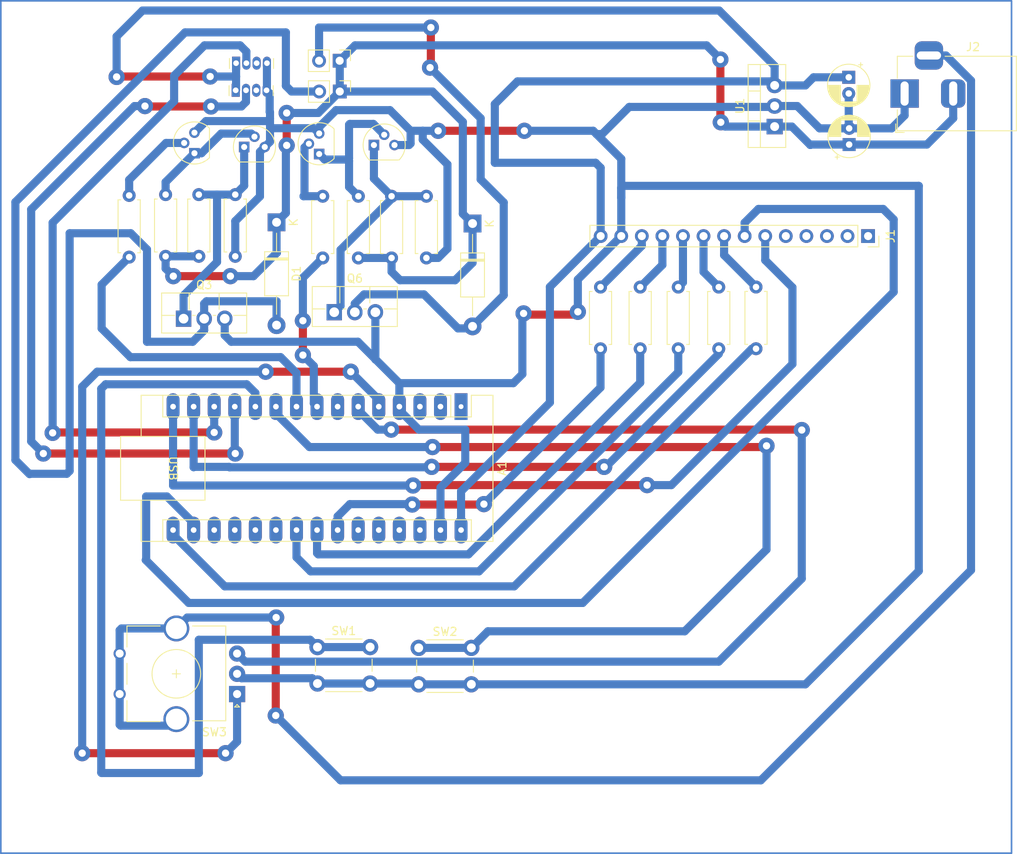
<source format=kicad_pcb>
(kicad_pcb (version 20240108) (generator "pcbnew") (generator_version "8.0")
  (layers (0 "F.Cu" signal) (31 "B.Cu" signal) (34 "B.Paste" user) (35 "F.Paste" user) (36 "B.SilkS" user "B.Silkscreen") (37 "F.SilkS" user "F.Silkscreen") (38 "B.Mask" user) (39 "F.Mask" user) (44 "Edge.Cuts" user))
  (net 0 "")
  (net 1 "3V3")
  (net 2 "A4")
  (net 3 "D7")
  (net 4 "D3")
  (net 6 "A3")
  (net 8 "D2")
  (net 10 "GND")
  (net 13 "D13")
  (net 15 "+5V")
  (net 16 "D11")
  (net 18 "D5")
  (net 19 "VCC")
  (net 20 "Net-(D1-A)")
  (net 21 "Net-(D2-A)")
  (net 22 "Net-(Q1-B)")
  (net 23 "Net-(Q1-C)")
  (net 24 "Net-(Q2-C)")
  (net 25 "Net-(Q4-B)")
  (net 26 "Net-(Q4-C)")
  (net 27 "Net-(Q5-C)")
  (net 28 "D8")
  (net 29 "D9")
  (net 30 "D10")
  (net 31 "D6")
  (net 32 "D12")
  (net 36 "D4")
  (net 37 "A5")
  (net 45 "Net-(J1-Pin_9)")
  (net 46 "Net-(J1-Pin_11)")
  (net 47 "Net-(J1-Pin_12)")
  (net 48 "Net-(J1-Pin_10)")
  (net 49 "Net-(J1-Pin_8)")
  (footprint "Diode_THT:D_DO-41_SOD81_P12.70mm_Horizontal" (layer "F.Cu") (at 144.5 68.25 -90)
    (property "Reference" "D2" (hide yes))
    (property "Value" "D" (hide yes))
  )
  (footprint "Connector_BarrelJack:BarrelJack_Horizontal" (layer "F.Cu") (at 197.85 52.2 180)
    (property "Reference" "J2")
    (property "Value" "Screw_Terminal_01x02")
  )
  (footprint "Package_TO_SOT_THT:TO-92" (layer "F.Cu") (at 125.56 59.67 90)
    (property "Reference" "Q4" (hide yes))
    (property "Value" "NPN" (hide yes))
  )
  (footprint "Resistor_THT:R_Axial_DIN0207_L6.3mm_D2.5mm_P7.62mm_Horizontal" (layer "F.Cu") (at 102.1 72.4 90)
    (property "Reference" "R1" (hide yes))
    (property "Value" "R_US" (hide yes))
  )
  (footprint "MountingHole:MountingHole_4mm" (layer "F.Cu") (at 90.5 48.45)
    (property "Reference" "H3" (hide yes))
    (property "Value" "MountingHole" (hide yes))
  )
  (footprint "Resistor_THT:R_Axial_DIN0207_L6.3mm_D2.5mm_P7.62mm_Horizontal" (layer "F.Cu") (at 134.5 64.88 -90)
    (property "Reference" "R7" (hide yes))
    (property "Value" "R_US" (hide yes))
  )
  (footprint "MountingHole:MountingHole_4mm" (layer "F.Cu") (at 90.85 140.85)
    (property "Reference" "H4" (hide yes))
    (property "Value" "MountingHole" (hide yes))
  )
  (footprint "Sensor_Current:Allegro_SIP-4" (layer "F.Cu") (at 115.3 48.45)
    (property "Reference" "U3" (hide yes))
    (property "Value" "A1363xKTTN-1" (hide yes))
  )
  (footprint "Package_TO_SOT_THT:TO-92" (layer "F.Cu") (at 132.32 58.56)
    (property "Reference" "Q5" (hide yes))
    (property "Value" "NPN" (hide yes))
  )
  (footprint "Resistor_THT:R_Axial_DIN0207_L6.3mm_D2.5mm_P7.62mm_Horizontal" (layer "F.Cu") (at 179.5 83.71 90)
    (property "Reference" "R13" (hide yes))
    (property "Value" "R" (hide yes))
  )
  (footprint "Sensor_Current:Allegro_SIP-4" (layer "F.Cu") (at 115.255 51.8)
    (property "Reference" "U2" (hide yes))
    (property "Value" "A1363xKTTN-1" (hide yes))
  )
  (footprint "Connector_PinHeader_2.54mm:PinHeader_1x02_P2.54mm_Vertical" (layer "F.Cu") (at 128.09 48.15 -90)
    (property "Reference" "M2" (hide yes))
    (property "Value" "Motor_DC" (hide yes))
  )
  (footprint "Resistor_THT:R_Axial_DIN0207_L6.3mm_D2.5mm_P7.62mm_Horizontal" (layer "F.Cu") (at 174.9 83.72 90)
    (property "Reference" "R12" (hide yes))
    (property "Value" "R" (hide yes))
  )
  (footprint "Resistor_THT:R_Axial_DIN0207_L6.3mm_D2.5mm_P7.62mm_Horizontal" (layer "F.Cu") (at 169.9 83.72 90)
    (property "Reference" "R11" (hide yes))
    (property "Value" "R" (hide yes))
  )
  (footprint "Button_Switch_THT:SW_PUSH_6mm_H7.3mm" (layer "F.Cu") (at 125.35 120.55)
    (property "Reference" "SW1")
    (property "Value" "SW_SPST")
  )
  (footprint "Resistor_THT:R_Axial_DIN0207_L6.3mm_D2.5mm_P7.62mm_Horizontal" (layer "F.Cu") (at 110.7 64.68 -90)
    (property "Reference" "R3" (hide yes))
    (property "Value" "R_US" (hide yes))
  )
  (footprint "Resistor_THT:R_Axial_DIN0207_L6.3mm_D2.5mm_P7.62mm_Horizontal" (layer "F.Cu") (at 165.2 83.72 90)
    (property "Reference" "R10" (hide yes))
    (property "Value" "R" (hide yes))
  )
  (footprint "Module:Arduino_Nano" (layer "F.Cu") (at 143.08 90.86 -90)
    (property "Reference" "A1")
    (property "Value" "Arduino_Nano_v3.x")
  )
  (footprint "Package_TO_SOT_THT:TO-220F-3_Vertical" (layer "F.Cu") (at 108.82 80)
    (property "Reference" "Q3")
    (property "Value" "IRLIZ44N" (hide yes))
  )
  (footprint "Package_TO_SOT_THT:TO-220-3_Vertical" (layer "F.Cu") (at 181.8 56.28 90)
    (property "Reference" "U1")
    (property "Value" "LM7805_TO220")
  )
  (footprint "Package_TO_SOT_THT:TO-220F-3_Vertical" (layer "F.Cu") (at 127.42 79.2)
    (property "Reference" "Q6")
    (property "Value" "IRLIZ44N")
  )
  (footprint "Package_TO_SOT_THT:TO-92" (layer "F.Cu") (at 110.16 59.57 90)
    (property "Reference" "Q1" (hide yes))
    (property "Value" "NPN" (hide yes))
  )
  (footprint "Resistor_THT:R_Axial_DIN0207_L6.3mm_D2.5mm_P7.62mm_Horizontal" (layer "F.Cu") (at 160.3 83.72 90)
    (property "Reference" "R9" (hide yes))
    (property "Value" "R" (hide yes))
  )
  (footprint "Capacitor_THT:CP_Radial_D5.0mm_P2.00mm" (layer "F.Cu") (at 191 58.5 90)
    (property "Reference" "C1" (hide yes))
    (property "Value" "C" (hide yes))
  )
  (footprint "Resistor_THT:R_Axial_DIN0207_L6.3mm_D2.5mm_P7.62mm_Horizontal" (layer "F.Cu") (at 138.8 72.5 90)
    (property "Reference" "R8" (hide yes))
    (property "Value" "R_US" (hide yes))
  )
  (footprint "Connector_PinHeader_2.54mm:PinHeader_1x02_P2.54mm_Vertical" (layer "F.Cu") (at 128.105 51.95 -90)
    (property "Reference" "M1" (hide yes))
    (property "Value" "Motor_DC" (hide yes))
  )
  (footprint "Capacitor_THT:CP_Radial_D5.0mm_P2.00mm" (layer "F.Cu") (at 190.95 50.194888 -90)
    (property "Reference" "C2" (hide yes))
    (property "Value" "C" (hide yes))
  )
  (footprint "Resistor_THT:R_Axial_DIN0207_L6.3mm_D2.5mm_P7.62mm_Horizontal" (layer "F.Cu") (at 126 72.5 90)
    (property "Reference" "R5" (hide yes))
    (property "Value" "R_US" (hide yes))
  )
  (footprint "Resistor_THT:R_Axial_DIN0207_L6.3mm_D2.5mm_P7.62mm_Horizontal" (layer "F.Cu") (at 106.6 64.68 -90)
    (property "Reference" "R2" (hide yes))
    (property "Value" "R_US" (hide yes))
  )
  (footprint "Resistor_THT:R_Axial_DIN0207_L6.3mm_D2.5mm_P7.62mm_Horizontal" (layer "F.Cu") (at 115.2 72.3 90)
    (property "Reference" "R4" (hide yes))
    (property "Value" "R_US" (hide yes))
  )
  (footprint "Diode_THT:D_DO-41_SOD81_P12.70mm_Horizontal" (layer "F.Cu") (at 120.3 68.1 -90)
    (property "Reference" "D1")
    (property "Value" "D")
  )
  (footprint "MountingHole:MountingHole_4mm" (layer "F.Cu") (at 206.7 141.4)
    (property "Reference" "H2" (hide yes))
    (property "Value" "MountingHole" (hide yes))
  )
  (footprint "Package_TO_SOT_THT:TO-92" (layer "F.Cu") (at 116.3 58.8)
    (property "Reference" "Q2" (hide yes))
    (property "Value" "NPN" (hide yes))
  )
  (footprint "Resistor_THT:R_Axial_DIN0207_L6.3mm_D2.5mm_P7.62mm_Horizontal" (layer "F.Cu") (at 130.4 64.88 -90)
    (property "Reference" "R6" (hide yes))
    (property "Value" "R_US" (hide yes))
  )
  (footprint "Connector_PinSocket_2.54mm:PinSocket_1x14_P2.54mm_Vertical" (layer "F.Cu") (at 193.34 69.8 -90)
    (property "Reference" "J1")
    (property "Value" "Conn_01x14_Pin")
  )
  (footprint "Rotary_Encoder:RotaryEncoder_Alps_EC11E_Vertical_H20mm_CircularMountingHoles" (layer "F.Cu") (at 115.425 126.35 180)
    (property "Reference" "SW3")
    (property "Value" "RotaryEncoder_Switch")
  )
  (footprint "Button_Switch_THT:SW_PUSH_6mm_H7.3mm" (layer "F.Cu") (at 137.85 120.65)
    (property "Reference" "SW2")
    (property "Value" "SW_SPST")
  )
  (gr_rect (start 86.25 40.75) (end 211.05 146) (stroke (width 0.2)) (fill none) (layer "B.Cu"))
  (segment (start 120.2 116.95) (end 120.25 116.9) (width 1) (layer "F.Cu") (net 0))
  (segment (start 120.2 129) (end 120.2 116.95) (width 1) (layer "F.Cu") (net 0))
  (via micro (at 120.25 116.9) (size 2) (drill 0.9) (layers "F.Cu" "B.Cu") (net 0))
  (via micro (at 120.2 129) (size 2) (drill 0.9) (layers "F.Cu" "B.Cu") (net 0))
  (segment (start 200.85 47.5) (end 202.95061 47.5) (width 1) (layer "B.Cu") (net 0))
  (segment (start 100.925 130.125) (end 101.05 130.25) (width 1) (layer "B.Cu") (net 0))
  (segment (start 107.125 130.25) (end 107.925 129.45) (width 1) (layer "B.Cu") (net 0))
  (segment (start 202.95061 47.5) (end 206.05 50.59939) (width 1) (layer "B.Cu") (net 0))
  (segment (start 206.05 111.047056) (end 180.097056 137) (width 1) (layer "B.Cu") (net 0))
  (segment (start 100.925 121.35) (end 100.925 126.35) (width 1) (layer "B.Cu") (net 0))
  (segment (start 100.925 118.475) (end 101.15 118.25) (width 1) (layer "B.Cu") (net 0))
  (segment (start 180.097056 137) (end 128.2 137) (width 1) (layer "B.Cu") (net 0))
  (segment (start 100.925 126.35) (end 100.925 130.125) (width 1) (layer "B.Cu") (net 0))
  (segment (start 101.05 130.25) (end 107.125 130.25) (width 1) (layer "B.Cu") (net 0))
  (segment (start 128.2 137) (end 120.2 129) (width 1) (layer "B.Cu") (net 0))
  (segment (start 120.25 116.9) (end 109.275 116.9) (width 1) (layer "B.Cu") (net 0))
  (segment (start 109.275 116.9) (end 107.925 118.25) (width 1) (layer "B.Cu") (net 0))
  (segment (start 206.05 50.59939) (end 206.05 111.047056) (width 1) (layer "B.Cu") (net 0))
  (segment (start 107.925 118.25) (end 101.15 118.25) (width 1) (layer "B.Cu") (net 0))
  (segment (start 100.925 121.35) (end 100.925 118.475) (width 1) (layer "B.Cu") (net 0))
  (segment (start 104.2 101.95) (end 106.76 101.95) (width 1) (layer "B.Cu") (net 1))
  (segment (start 178.1 68.15) (end 179.8 66.45) (width 1) (layer "B.Cu") (net 1))
  (segment (start 109.45 115.1) (end 104.15 109.8) (width 1) (layer "B.Cu") (net 1))
  (segment (start 104.2 109.75) (end 104.2 101.95) (width 1) (layer "B.Cu") (net 1))
  (segment (start 179.8 66.45) (end 195.2 66.45) (width 1) (layer "B.Cu") (net 1))
  (segment (start 195.2 66.45) (end 196.5 67.75) (width 1) (layer "B.Cu") (net 1))
  (segment (start 158.1 115.1) (end 109.45 115.1) (width 1) (layer "B.Cu") (net 1))
  (segment (start 178.1 69.8) (end 178.1 68.15) (width 1) (layer "B.Cu") (net 1))
  (segment (start 196.5 76.7) (end 158.1 115.1) (width 1) (layer "B.Cu") (net 1))
  (segment (start 196.5 67.75) (end 196.5 76.7) (width 1) (layer "B.Cu") (net 1))
  (segment (start 104.15 109.8) (end 104.2 109.75) (width 1) (layer "B.Cu") (net 1))
  (segment (start 106.76 101.95) (end 110.06 105.25) (width 1) (layer "B.Cu") (net 1))
  (segment (start 110.06 105.25) (end 110.06 106.1) (width 1) (layer "B.Cu") (net 1))
  (segment (start 144 109.1) (end 125.45 109.1) (width 1) (layer "B.Cu") (net 2))
  (segment (start 165.2 87.9) (end 144 109.1) (width 1) (layer "B.Cu") (net 2))
  (segment (start 125.45 109.1) (end 125.3 108.95) (width 1) (layer "B.Cu") (net 2))
  (segment (start 165.2 83.72) (end 165.2 87.9) (width 1) (layer "B.Cu") (net 2))
  (segment (start 125.3 108.95) (end 125.3 106.1) (width 1) (layer "B.Cu") (net 2))
  (segment (start 180.65 95.85) (end 180.8 95.7) (width 1) (layer "F.Cu") (net 3))
  (segment (start 139.55 95.85) (end 180.65 95.85) (width 1) (layer "F.Cu") (net 3))
  (via micro (at 139.55 95.85) (size 2) (drill 0.9) (layers "F.Cu" "B.Cu") (net 3))
  (via micro (at 180.8 95.7) (size 2) (drill 0.9) (layers "F.Cu" "B.Cu") (net 3))
  (segment (start 124.36 95.85) (end 120.22 91.71) (width 1) (layer "B.Cu") (net 3))
  (segment (start 120.22 91.71) (end 120.22 90.86) (width 1) (layer "B.Cu") (net 3))
  (segment (start 170.7 118.6) (end 146.4 118.6) (width 1) (layer "B.Cu") (net 3))
  (segment (start 180.8 108.5) (end 170.7 118.6) (width 1) (layer "B.Cu") (net 3))
  (segment (start 139.55 95.85) (end 124.36 95.85) (width 1) (layer "B.Cu") (net 3))
  (segment (start 137.85 120.65) (end 144.35 120.65) (width 1) (layer "B.Cu") (net 3))
  (segment (start 180.8 95.7) (end 180.8 108.5) (width 1) (layer "B.Cu") (net 3))
  (segment (start 146.4 118.6) (end 144.35 120.65) (width 1) (layer "B.Cu") (net 3))
  (segment (start 185.15 93.75) (end 185.1 93.7) (width 1) (layer "F.Cu") (net 4))
  (segment (start 185.1 93.7) (end 134.45 93.7) (width 1) (layer "F.Cu") (net 4))
  (via micro (at 134.45 93.7) (size 2) (drill 0.9) (layers "F.Cu" "B.Cu") (net 4))
  (via micro (at 185.15 93.75) (size 2) (drill 0.9) (layers "F.Cu" "B.Cu") (net 4))
  (segment (start 134.45 93.7) (end 132.78868 93.7) (width 1) (layer "B.Cu") (net 4))
  (segment (start 185.15 93.75) (end 185.15 112.1) (width 1) (layer "B.Cu") (net 4))
  (segment (start 174.9 122.35) (end 116.425 122.35) (width 1) (layer "B.Cu") (net 4))
  (segment (start 130.38 91.29132) (end 130.38 90.86) (width 1) (layer "B.Cu") (net 4))
  (segment (start 116.425 122.35) (end 115.425 121.35) (width 1) (layer "B.Cu") (net 4))
  (segment (start 132.78868 93.7) (end 130.38 91.29132) (width 1) (layer "B.Cu") (net 4))
  (segment (start 185.15 112.1) (end 174.9 122.35) (width 1) (layer "B.Cu") (net 4))
  (segment (start 122.76 109.46) (end 122.76 106.1) (width 1) (layer "B.Cu") (net 6))
  (segment (start 124.5 111.2) (end 122.76 109.46) (width 1) (layer "B.Cu") (net 6))
  (segment (start 145.3 111.2) (end 124.5 111.2) (width 1) (layer "B.Cu") (net 6))
  (segment (start 169.9 86.6) (end 145.3 111.2) (width 1) (layer "B.Cu") (net 6))
  (segment (start 169.9 83.72) (end 169.9 86.6) (width 1) (layer "B.Cu") (net 6))
  (segment (start 129.46 86.55) (end 118.95 86.55) (width 1) (layer "F.Cu") (net 8))
  (segment (start 114 133.65) (end 96.3 133.65) (width 1) (layer "F.Cu") (net 8))
  (via micro (at 129.46 86.55) (size 2) (drill 0.9) (layers "F.Cu" "B.Cu") (net 8))
  (via micro (at 96.3 133.65) (size 2) (drill 0.9) (layers "F.Cu" "B.Cu") (net 8))
  (via micro (at 118.95 86.55) (size 2) (drill 0.9) (layers "F.Cu" "B.Cu") (net 8))
  (via micro (at 114 133.65) (size 2) (drill 0.9) (layers "F.Cu" "B.Cu") (net 8))
  (segment (start 132.92 90.01) (end 132.92 90.86) (width 1) (layer "B.Cu") (net 8))
  (segment (start 98.15 86.55) (end 96.3 88.4) (width 1) (layer "B.Cu") (net 8))
  (segment (start 115.425 126.35) (end 115.425 132.225) (width 1) (layer "B.Cu") (net 8))
  (segment (start 118.95 86.55) (end 98.15 86.55) (width 1) (layer "B.Cu") (net 8))
  (segment (start 115.425 132.225) (end 114 133.65) (width 1) (layer "B.Cu") (net 8))
  (segment (start 129.46 86.55) (end 132.92 90.01) (width 1) (layer "B.Cu") (net 8))
  (segment (start 96.3 88.4) (end 96.3 133.65) (width 1) (layer "B.Cu") (net 8))
  (segment (start 157.5 79.15) (end 157.15 79.5) (width 1) (layer "F.Cu") (net 10))
  (segment (start 140.25 56.8) (end 150.9 56.8) (width 1) (layer "F.Cu") (net 10))
  (segment (start 150.95 79.5) (end 150.8 79.35) (width 1) (layer "F.Cu") (net 10))
  (segment (start 157.15 79.5) (end 150.95 79.5) (width 1) (layer "F.Cu") (net 10))
  (via micro (at 150.9 56.8) (size 2) (drill 0.9) (layers "F.Cu" "B.Cu") (net 10))
  (via micro (at 140.25 56.8) (size 2) (drill 0.9) (layers "F.Cu" "B.Cu") (net 10))
  (via micro (at 150.8 79.35) (size 2) (drill 0.9) (layers "F.Cu" "B.Cu") (net 10))
  (via micro (at 157.5 79.15) (size 2) (drill 0.9) (layers "F.Cu" "B.Cu") (net 10))
  (segment (start 130.35 82.85) (end 135.46 87.96) (width 1) (layer "B.Cu") (net 10))
  (segment (start 115.2 72.3) (end 115.2 67.95) (width 1) (layer "B.Cu") (net 10))
  (segment (start 138.35 57.9) (end 138.35 56.8) (width 1) (layer "B.Cu") (net 10))
  (segment (start 119.45 52.185) (end 119.45 54.460001) (width 1) (layer "B.Cu") (net 10))
  (segment (start 119.065 51.8) (end 119.45 52.185) (width 1) (layer "B.Cu") (net 10))
  (segment (start 119.559998 56.480001) (end 119.489999 56.55) (width 1) (layer "B.Cu") (net 10))
  (segment (start 149.54 87.96) (end 135.46 87.96) (width 1) (layer "B.Cu") (net 10))
  (segment (start 159.8 57.2) (end 162.86 60.26) (width 1) (layer "B.Cu") (net 10))
  (segment (start 157.5 79.15) (end 157.5 75.16) (width 1) (layer "B.Cu") (net 10))
  (segment (start 144.35 125.15) (end 185.6 125.15) (width 1) (layer "B.Cu") (net 10))
  (segment (start 157.5 75.16) (end 162.86 69.8) (width 1) (layer "B.Cu") (net 10))
  (segment (start 199.6 111.15) (end 199.6 63.6) (width 1) (layer "B.Cu") (net 10))
  (segment (start 140.54 100.86) (end 140.54 106.1) (width 1) (layer "B.Cu") (net 10))
  (segment (start 113.9 80) (end 113.9 82.05) (width 1) (layer "B.Cu") (net 10))
  (segment (start 135.46 91.29132) (end 137.86868 93.7) (width 1) (layer "B.Cu") (net 10))
  (segment (start 119.11 48.45) (end 119.11 51.755) (width 1) (layer "B.Cu") (net 10))
  (segment (start 119.189999 55.6) (end 119.489999 55.3) (width 1) (layer "B.Cu") (net 10))
  (segment (start 199.6 63.6) (end 163.11 63.6) (width 1) (layer "B.Cu") (net 10))
  (segment (start 140.25 72.5) (end 141.4 71.35) (width 1) (layer "B.Cu") (net 10))
  (segment (start 141.4 71.35) (end 141.4 60.95) (width 1) (layer "B.Cu") (net 10))
  (segment (start 197.85 54.9) (end 197.85 52.2) (width 1) (layer "B.Cu") (net 10))
  (segment (start 162.86 65.05) (end 162.86 69.8) (width 1) (layer "B.Cu") (net 10))
  (segment (start 136.85 58.37) (end 136.66 58.56) (width 1) (layer "B.Cu") (net 10))
  (segment (start 136.66 58.56) (end 134.86 58.56) (width 1) (layer "B.Cu") (net 10))
  (segment (start 135.46 90.86) (end 135.46 91.29132) (width 1) (layer "B.Cu") (net 10))
  (segment (start 138.8 72.5) (end 140.25 72.5) (width 1) (layer "B.Cu") (net 10))
  (segment (start 119.11 51.755) (end 119.065 51.8) (width 1) (layer "B.Cu") (net 10))
  (segment (start 119.489999 55.3) (end 119.489999 56.55) (width 1) (layer "B.Cu") (net 10))
  (segment (start 125.56 57.13) (end 125.56 56.34) (width 1) (layer "B.Cu") (net 10))
  (segment (start 196.25 56.5) (end 197.85 54.9) (width 1) (layer "B.Cu") (net 10))
  (segment (start 118.25 64.9) (end 118.25 59.39) (width 1) (layer "B.Cu") (net 10))
  (segment (start 118.25 59.39) (end 118.84 58.8) (width 1) (layer "B.Cu") (net 10))
  (segment (start 131.85 125.05) (end 137.75 125.05) (width 1) (layer "B.Cu") (net 10))
  (segment (start 115.2 67.95) (end 118.25 64.9) (width 1) (layer "B.Cu") (net 10))
  (segment (start 113.9 82.05) (end 114.7 82.85) (width 1) (layer "B.Cu") (net 10))
  (segment (start 162.86 63.85) (end 162.86 65.05) (width 1) (layer "B.Cu") (net 10))
  (segment (start 125.56 57.13) (end 124.910001 56.480001) (width 1) (layer "B.Cu") (net 10))
  (segment (start 162.86 60.26) (end 162.86 65.05) (width 1) (layer "B.Cu") (net 10))
  (segment (start 132.5 79.2) (end 132.5 85.05) (width 1) (layer "B.Cu") (net 10))
  (segment (start 114.7 82.85) (end 130.35 82.85) (width 1) (layer "B.Cu") (net 10))
  (segment (start 143.6 97.8) (end 140.54 100.86) (width 1) (layer "B.Cu") (net 10))
  (segment (start 190.95 56.45) (end 191 56.5) (width 1) (layer "B.Cu") (net 10))
  (segment (start 110.16 57.03) (end 111.59 55.6) (width 1) (layer "B.Cu") (net 10))
  (segment (start 111.59 55.6) (end 119.189999 55.6) (width 1) (layer "B.Cu") (net 10))
  (segment (start 141.4 60.95) (end 138.35 57.9) (width 1) (layer "B.Cu") (net 10))
  (segment (start 150.8 79.35) (end 150.65 79.5) (width 1) (layer "B.Cu") (net 10))
  (segment (start 185.6 125.15) (end 199.6 111.15) (width 1) (layer "B.Cu") (net 10))
  (segment (start 119.489999 56.55) (end 119.489999 58.150001) (width 1) (layer "B.Cu") (net 10))
  (segment (start 159.8 57.2) (end 160.5 57.2) (width 1) (layer "B.Cu") (net 10))
  (segment (start 137.85 125.15) (end 144.35 125.15) (width 1) (layer "B.Cu") (net 10))
  (segment (start 150.65 79.5) (end 150.65 86.85) (width 1) (layer "B.Cu") (net 10))
  (segment (start 135.46 87.96) (end 135.46 90.86) (width 1) (layer "B.Cu") (net 10))
  (segment (start 150.9 56.8) (end 159.4 56.8) (width 1) (layer "B.Cu") (net 10))
  (segment (start 119.489999 54.5) (end 119.489999 55.3) (width 1) (layer "B.Cu") (net 10))
  (segment (start 190.95 52.194888) (end 190.95 56.45) (width 1) (layer "B.Cu") (net 10))
  (segment (start 138.35 56.8) (end 136.85 56.8) (width 1) (layer "B.Cu") (net 10))
  (segment (start 138.35 56.8) (end 140.25 56.8) (width 1) (layer "B.Cu") (net 10))
  (segment (start 115.975 124.4) (end 124.7 124.4) (width 1) (layer "B.Cu") (net 10))
  (segment (start 127.65 54.25) (end 134.3 54.25) (width 1) (layer "B.Cu") (net 10))
  (segment (start 187.35 56.5) (end 191 56.5) (width 1) (layer "B.Cu") (net 10))
  (segment (start 119.45 54.460001) (end 119.489999 54.5) (width 1) (layer "B.Cu") (net 10))
  (segment (start 115.425 123.85) (end 115.975 124.4) (width 1) (layer "B.Cu") (net 10))
  (segment (start 184.59 53.74) (end 187.35 56.5) (width 1) (layer "B.Cu") (net 10))
  (segment (start 163.85 53.85) (end 181.69 53.85) (width 1) (layer "B.Cu") (net 10))
  (segment (start 125.56 56.34) (end 127.65 54.25) (width 1) (layer "B.Cu") (net 10))
  (segment (start 181.8 53.74) (end 184.59 53.74) (width 1) (layer "B.Cu") (net 10))
  (segment (start 124.910001 56.480001) (end 119.559998 56.480001) (width 1) (layer "B.Cu") (net 10))
  (segment (start 163.11 63.6) (end 162.86 63.85) (width 1) (layer "B.Cu") (net 10))
  (segment (start 150.65 86.85) (end 149.54 87.96) (width 1) (layer "B.Cu") (net 10))
  (segment (start 124.7 124.4) (end 125.35 125.05) (width 1) (layer "B.Cu") (net 10))
  (segment (start 191 56.5) (end 196.25 56.5) (width 1) (layer "B.Cu") (net 10))
  (segment (start 136.85 56.8) (end 136.85 58.37) (width 1) (layer "B.Cu") (net 10))
  (segment (start 181.69 53.85) (end 181.8 53.74) (width 1) (layer "B.Cu") (net 10))
  (segment (start 137.86868 93.7) (end 143.6 93.7) (width 1) (layer "B.Cu") (net 10))
  (segment (start 119.489999 58.150001) (end 118.84 58.8) (width 1) (layer "B.Cu") (net 10))
  (segment (start 134.3 54.25) (end 136.85 56.8) (width 1) (layer "B.Cu") (net 10))
  (segment (start 137.75 125.05) (end 137.85 125.15) (width 1) (layer "B.Cu") (net 10))
  (segment (start 160.5 57.2) (end 163.85 53.85) (width 1) (layer "B.Cu") (net 10))
  (segment (start 159.4 56.8) (end 159.8 57.2) (width 1) (layer "B.Cu") (net 10))
  (segment (start 125.35 125.05) (end 131.85 125.05) (width 1) (layer "B.Cu") (net 10))
  (segment (start 143.6 93.7) (end 143.6 97.8) (width 1) (layer "B.Cu") (net 10))
  (segment (start 107.52 106.67) (end 107.52 106.1) (width 1) (layer "B.Cu") (net 13))
  (segment (start 113.9 113.05) (end 107.52 106.67) (width 1) (layer "B.Cu") (net 13))
  (segment (start 149.65 113.05) (end 113.9 113.05) (width 1) (layer "B.Cu") (net 13))
  (segment (start 178.99 83.71) (end 149.65 113.05) (width 1) (layer "B.Cu") (net 13))
  (segment (start 179.5 83.71) (end 178.99 83.71) (width 1) (layer "B.Cu") (net 13))
  (segment (start 112.1 50.1) (end 100.6 50.1) (width 1) (layer "F.Cu") (net 15))
  (segment (start 100.6 50.1) (end 100.55 50.15) (width 1) (layer "F.Cu") (net 15))
  (via micro (at 112.1 50.1) (size 2) (drill 0.9) (layers "F.Cu" "B.Cu") (net 15))
  (via micro (at 100.55 50.15) (size 2) (drill 0.9) (layers "F.Cu" "B.Cu") (net 15))
  (segment (start 115.3 51.755) (end 115.255 51.8) (width 1) (layer "B.Cu") (net 15))
  (segment (start 159.7 60.75) (end 147.25 60.75) (width 1) (layer "B.Cu") (net 15))
  (segment (start 181.8 48.8) (end 181.8 51.2) (width 1) (layer "B.Cu") (net 15))
  (segment (start 115.3 48.45) (end 115.3 50.1) (width 1) (layer "B.Cu") (net 15))
  (segment (start 181.3 50.7) (end 181.8 51.2) (width 1) (layer "B.Cu") (net 15))
  (segment (start 160.32 69.8) (end 160.32 61.37) (width 1) (layer "B.Cu") (net 15))
  (segment (start 143.08 101.32) (end 143.08 106.1) (width 1) (layer "B.Cu") (net 15))
  (segment (start 147.25 53.5) (end 150.05 50.7) (width 1) (layer "B.Cu") (net 15))
  (segment (start 181.8 51.2) (end 185.6 51.2) (width 1) (layer "B.Cu") (net 15))
  (segment (start 150.05 50.7) (end 181.3 50.7) (width 1) (layer "B.Cu") (net 15))
  (segment (start 147.25 60.75) (end 147.25 53.5) (width 1) (layer "B.Cu") (net 15))
  (segment (start 154.05 76.07) (end 154.05 90.35) (width 1) (layer "B.Cu") (net 15))
  (segment (start 115.3 50.1) (end 112.1 50.1) (width 1) (layer "B.Cu") (net 15))
  (segment (start 103.75 41.95) (end 174.95 41.95) (width 1) (layer "B.Cu") (net 15))
  (segment (start 185.6 51.2) (end 186.605112 50.194888) (width 1) (layer "B.Cu") (net 15))
  (segment (start 174.95 41.95) (end 181.8 48.8) (width 1) (layer "B.Cu") (net 15))
  (segment (start 160.32 69.8) (end 154.05 76.07) (width 1) (layer "B.Cu") (net 15))
  (segment (start 100.55 50.15) (end 100.55 45.15) (width 1) (layer "B.Cu") (net 15))
  (segment (start 100.55 45.15) (end 103.75 41.95) (width 1) (layer "B.Cu") (net 15))
  (segment (start 186.605112 50.194888) (end 190.95 50.194888) (width 1) (layer "B.Cu") (net 15))
  (segment (start 160.32 61.37) (end 159.7 60.75) (width 1) (layer "B.Cu") (net 15))
  (segment (start 154.05 90.35) (end 143.08 101.32) (width 1) (layer "B.Cu") (net 15))
  (segment (start 115.3 50.1) (end 115.3 51.755) (width 1) (layer "B.Cu") (net 15))
  (segment (start 139.45 98.3) (end 160.75 98.3) (width 1) (layer "F.Cu") (net 16))
  (via micro (at 139.45 98.3) (size 2) (drill 0.9) (layers "F.Cu" "B.Cu") (net 16))
  (via micro (at 160.75 98.3) (size 2) (drill 0.9) (layers "F.Cu" "B.Cu") (net 16))
  (segment (start 114.495836 98.35) (end 114.445836 98.3) (width 1) (layer "B.Cu") (net 16))
  (segment (start 160.95 98.3) (end 174.9 84.35) (width 1) (layer "B.Cu") (net 16))
  (segment (start 160.75 98.3) (end 160.95 98.3) (width 1) (layer "B.Cu") (net 16))
  (segment (start 174.9 84.35) (end 174.9 83.72) (width 1) (layer "B.Cu") (net 16))
  (segment (start 139.45 98.3) (end 139.4 98.35) (width 1) (layer "B.Cu") (net 16))
  (segment (start 114.445836 98.3) (end 110.1 98.3) (width 1) (layer "B.Cu") (net 16))
  (segment (start 139.4 98.35) (end 114.495836 98.35) (width 1) (layer "B.Cu") (net 16))
  (segment (start 110.06 98.34) (end 110.06 90.86) (width 1) (layer "B.Cu") (net 16))
  (segment (start 110.1 98.3) (end 110.06 98.34) (width 1) (layer "B.Cu") (net 16))
  (segment (start 123.55 84.5) (end 123.55 80.25) (width 1) (layer "F.Cu") (net 18))
  (via micro (at 123.55 84.5) (size 2) (drill 0.9) (layers "F.Cu" "B.Cu") (net 18))
  (via micro (at 123.55 80.25) (size 2) (drill 0.9) (layers "F.Cu" "B.Cu") (net 18))
  (segment (start 123.55 80.25) (end 123.55 74.95) (width 1) (layer "B.Cu") (net 18))
  (segment (start 124.9 85.85) (end 124.9 90.46) (width 1) (layer "B.Cu") (net 18))
  (segment (start 123.55 74.95) (end 126 72.5) (width 1) (layer "B.Cu") (net 18))
  (segment (start 124.9 90.46) (end 125.3 90.86) (width 1) (layer "B.Cu") (net 18))
  (segment (start 123.55 84.5) (end 124.9 85.85) (width 1) (layer "B.Cu") (net 18))
  (segment (start 175.1 55.7) (end 175.15 55.75) (width 1) (layer "F.Cu") (net 19))
  (segment (start 121.55 58.6) (end 121.55 54.6) (width 1) (layer "F.Cu") (net 19))
  (segment (start 175.1 48) (end 175.1 55.7) (width 1) (layer "F.Cu") (net 19))
  (segment (start 107.55 74.75) (end 114.6 74.75) (width 1) (layer "F.Cu") (net 19))
  (via micro (at 175.1 48) (size 2) (drill 0.9) (layers "F.Cu" "B.Cu") (net 19))
  (via micro (at 121.55 58.6) (size 2) (drill 0.9) (layers "F.Cu" "B.Cu") (net 19))
  (via micro (at 114.6 74.75) (size 2) (drill 0.9) (layers "F.Cu" "B.Cu") (net 19))
  (via micro (at 175.15 55.75) (size 2) (drill 0.9) (layers "F.Cu" "B.Cu") (net 19))
  (via micro (at 121.55 54.6) (size 2) (drill 0.9) (layers "F.Cu" "B.Cu") (net 19))
  (via micro (at 107.55 74.75) (size 2) (drill 0.9) (layers "F.Cu" "B.Cu") (net 19))
  (segment (start 203.85 55.25) (end 203.85 52.2) (width 1) (layer "B.Cu") (net 19))
  (segment (start 121.45 58.7) (end 121.45 66.95) (width 1) (layer "B.Cu") (net 19))
  (segment (start 181.8 56.28) (end 183.93 56.28) (width 1) (layer "B.Cu") (net 19))
  (segment (start 200.6 58.5) (end 203.85 55.25) (width 1) (layer "B.Cu") (net 19))
  (segment (start 144.5 68.25) (end 144.5 73.1) (width 1) (layer "B.Cu") (net 19))
  (segment (start 128.105 51.95) (end 139.55 51.95) (width 1) (layer "B.Cu") (net 19))
  (segment (start 144.5 73.1) (end 142.35 75.25) (width 1) (layer "B.Cu") (net 19))
  (segment (start 125.455 54.6) (end 128.105 51.95) (width 1) (layer "B.Cu") (net 19))
  (segment (start 186.2 58.55) (end 186.25 58.5) (width 1) (layer "B.Cu") (net 19))
  (segment (start 128.105 51.95) (end 128.105 48.165) (width 1) (layer "B.Cu") (net 19))
  (segment (start 142.35 75.25) (end 135.55 75.25) (width 1) (layer "B.Cu") (net 19))
  (segment (start 106.6 72.3) (end 110.7 72.3) (width 1) (layer "B.Cu") (net 19))
  (segment (start 139.55 51.95) (end 143.3 55.7) (width 1) (layer "B.Cu") (net 19))
  (segment (start 106.6 73.8) (end 107.55 74.75) (width 1) (layer "B.Cu") (net 19))
  (segment (start 128.105 48.165) (end 128.09 48.15) (width 1) (layer "B.Cu") (net 19))
  (segment (start 134.5 74.2) (end 134.5 72.5) (width 1) (layer "B.Cu") (net 19))
  (segment (start 117.45 74.75) (end 120.35 71.85) (width 1) (layer "B.Cu") (net 19))
  (segment (start 191 58.5) (end 200.6 58.5) (width 1) (layer "B.Cu") (net 19))
  (segment (start 120.3 71.8) (end 120.3 68.1) (width 1) (layer "B.Cu") (net 19))
  (segment (start 175.68 56.28) (end 181.8 56.28) (width 1) (layer "B.Cu") (net 19))
  (segment (start 135.55 75.25) (end 134.5 74.2) (width 1) (layer "B.Cu") (net 19))
  (segment (start 121.55 54.6) (end 125.455 54.6) (width 1) (layer "B.Cu") (net 19))
  (segment (start 129.99 46.25) (end 173.4 46.25) (width 1) (layer "B.Cu") (net 19))
  (segment (start 114.6 74.75) (end 117.45 74.75) (width 1) (layer "B.Cu") (net 19))
  (segment (start 121.45 66.95) (end 120.3 68.1) (width 1) (layer "B.Cu") (net 19))
  (segment (start 175.15 55.75) (end 175.68 56.28) (width 1) (layer "B.Cu") (net 19))
  (segment (start 183.93 56.28) (end 186.2 58.55) (width 1) (layer "B.Cu") (net 19))
  (segment (start 143.3 67.05) (end 144.5 68.25) (width 1) (layer "B.Cu") (net 19))
  (segment (start 143.3 55.7) (end 143.3 67.05) (width 1) (layer "B.Cu") (net 19))
  (segment (start 128.09 48.15) (end 129.99 46.25) (width 1) (layer "B.Cu") (net 19))
  (segment (start 175.1 47.95) (end 175.1 48) (width 1) (layer "B.Cu") (net 19))
  (segment (start 186.25 58.5) (end 191 58.5) (width 1) (layer "B.Cu") (net 19))
  (segment (start 130.4 72.5) (end 134.5 72.5) (width 1) (layer "B.Cu") (net 19))
  (segment (start 106.6 72.3) (end 106.6 73.8) (width 1) (layer "B.Cu") (net 19))
  (segment (start 121.55 58.6) (end 121.45 58.7) (width 1) (layer "B.Cu") (net 19))
  (segment (start 120.35 71.85) (end 120.3 71.8) (width 1) (layer "B.Cu") (net 19))
  (segment (start 173.4 46.25) (end 175.1 47.95) (width 1) (layer "B.Cu") (net 19))
  (segment (start 88.05 97.45) (end 88.05 65.6) (width 1) (layer "B.Cu") (net 20))
  (segment (start 104.3 82.85) (end 104.3 71.45) (width 1) (layer "B.Cu") (net 20))
  (segment (start 111.36 80) (end 111.36 78.14) (width 1) (layer "B.Cu") (net 20))
  (segment (start 111.36 78.14) (end 111.65 77.85) (width 1) (layer "B.Cu") (net 20))
  (segment (start 121.45 44.65) (end 121.45 51.25) (width 1) (layer "B.Cu") (net 20))
  (segment (start 109 44.65) (end 121.45 44.65) (width 1) (layer "B.Cu") (net 20))
  (segment (start 94.75 98.8) (end 94.4 99.15) (width 1) (layer "B.Cu") (net 20))
  (segment (start 120.3 77.85) (end 120.3 80.8) (width 1) (layer "B.Cu") (net 20))
  (segment (start 121.45 51.25) (end 122.15 51.95) (width 1) (layer "B.Cu") (net 20))
  (segment (start 122.15 51.95) (end 125.565 51.95) (width 1) (layer "B.Cu") (net 20))
  (segment (start 111.36 81.44) (end 109.95 82.85) (width 1) (layer "B.Cu") (net 20))
  (segment (start 109.95 82.85) (end 104.3 82.85) (width 1) (layer "B.Cu") (net 20))
  (segment (start 94.4 99.15) (end 89.85 99.15) (width 1) (layer "B.Cu") (net 20))
  (segment (start 94.75 69.45) (end 94.75 98.8) (width 1) (layer "B.Cu") (net 20))
  (segment (start 102.3 69.45) (end 94.75 69.45) (width 1) (layer "B.Cu") (net 20))
  (segment (start 104.3 71.45) (end 102.3 69.45) (width 1) (layer "B.Cu") (net 20))
  (segment (start 111.65 77.85) (end 120.3 77.85) (width 1) (layer "B.Cu") (net 20))
  (segment (start 111.36 80) (end 111.36 81.44) (width 1) (layer "B.Cu") (net 20))
  (segment (start 89.8 99.2) (end 88.05 97.45) (width 1) (layer "B.Cu") (net 20))
  (segment (start 88.05 65.6) (end 109 44.65) (width 1) (layer "B.Cu") (net 20))
  (segment (start 139.35 48.9) (end 139.35 44.05) (width 1) (layer "F.Cu") (net 21))
  (segment (start 139.25 49) (end 139.35 48.9) (width 1) (layer "F.Cu") (net 21))
  (via micro (at 139.35 44.05) (size 2) (drill 0.9) (layers "F.Cu" "B.Cu") (net 21))
  (via micro (at 139.25 49) (size 2) (drill 0.9) (layers "F.Cu" "B.Cu") (net 21))
  (segment (start 145.5 55.25) (end 145.5 62.8) (width 1) (layer "B.Cu") (net 21))
  (segment (start 142.7 81.2) (end 144.25 81.2) (width 1) (layer "B.Cu") (net 21))
  (segment (start 129.96 79.2) (end 129.96 78.14) (width 1) (layer "B.Cu") (net 21))
  (segment (start 144.25 81.2) (end 144.5 80.95) (width 1) (layer "B.Cu") (net 21))
  (segment (start 139.35 44.05) (end 125.55 44.05) (width 1) (layer "B.Cu") (net 21))
  (segment (start 125.55 44.05) (end 125.55 48.15) (width 1) (layer "B.Cu") (net 21))
  (segment (start 138.5 77) (end 142.7 81.2) (width 1) (layer "B.Cu") (net 21))
  (segment (start 145.5 62.8) (end 148.35 65.65) (width 1) (layer "B.Cu") (net 21))
  (segment (start 131.1 77) (end 138.5 77) (width 1) (layer "B.Cu") (net 21))
  (segment (start 129.96 78.14) (end 131.1 77) (width 1) (layer "B.Cu") (net 21))
  (segment (start 148.35 77.1) (end 144.5 80.95) (width 1) (layer "B.Cu") (net 21))
  (segment (start 139.25 49) (end 145.5 55.25) (width 1) (layer "B.Cu") (net 21))
  (segment (start 148.35 65.65) (end 148.35 77.1) (width 1) (layer "B.Cu") (net 21))
  (segment (start 102.1 64.78) (end 102.1 62.85) (width 1) (layer "B.Cu") (net 22))
  (segment (start 106.65 58.3) (end 108.89 58.3) (width 1) (layer "B.Cu") (net 22))
  (segment (start 102.1 62.85) (end 106.65 58.3) (width 1) (layer "B.Cu") (net 22))
  (segment (start 106.6 64.68) (end 106.6 63.13) (width 1) (layer "B.Cu") (net 23))
  (segment (start 113.45 57.15) (end 117.19 57.15) (width 1) (layer "B.Cu") (net 23))
  (segment (start 106.6 63.13) (end 110.16 59.57) (width 1) (layer "B.Cu") (net 23))
  (segment (start 117.19 57.15) (end 117.57 57.53) (width 1) (layer "B.Cu") (net 23))
  (segment (start 111.03 59.57) (end 113.45 57.15) (width 1) (layer "B.Cu") (net 23))
  (segment (start 110.16 59.57) (end 111.03 59.57) (width 1) (layer "B.Cu") (net 23))
  (segment (start 116.3 63.58) (end 116.3 58.8) (width 1) (layer "B.Cu") (net 24))
  (segment (start 115.2 64.68) (end 116.3 63.58) (width 1) (layer "B.Cu") (net 24))
  (segment (start 108.82 77.13) (end 112.95 73) (width 1) (layer "B.Cu") (net 24))
  (segment (start 108.82 80) (end 108.82 77.13) (width 1) (layer "B.Cu") (net 24))
  (segment (start 110.7 64.68) (end 112.95 64.68) (width 1) (layer "B.Cu") (net 24))
  (segment (start 112.95 73) (end 112.95 64.68) (width 1) (layer "B.Cu") (net 24))
  (segment (start 112.95 64.68) (end 115.2 64.68) (width 1) (layer "B.Cu") (net 24))
  (segment (start 123.63 64.88) (end 123.75 64.76) (width 1) (layer "B.Cu") (net 25))
  (segment (start 123.75 58.86) (end 124.21 58.4) (width 1) (layer "B.Cu") (net 25))
  (segment (start 126 64.88) (end 123.63 64.88) (width 1) (layer "B.Cu") (net 25))
  (segment (start 123.75 64.76) (end 123.75 58.86) (width 1) (layer "B.Cu") (net 25))
  (segment (start 132.25 55.95) (end 129.35 55.95) (width 1) (layer "B.Cu") (net 26))
  (segment (start 129.35 55.95) (end 129.25 56.05) (width 1) (layer "B.Cu") (net 26))
  (segment (start 129.25 60.5) (end 129.25 63.73) (width 1) (layer "B.Cu") (net 26))
  (segment (start 126.24 60.35) (end 129.1 60.35) (width 1) (layer "B.Cu") (net 26))
  (segment (start 125.56 59.67) (end 126.24 60.35) (width 1) (layer "B.Cu") (net 26))
  (segment (start 129.25 60.2) (end 129.1 60.35) (width 1) (layer "B.Cu") (net 26))
  (segment (start 133.59 57.29) (end 132.25 55.95) (width 1) (layer "B.Cu") (net 26))
  (segment (start 129.25 56.05) (end 129.25 60.2) (width 1) (layer "B.Cu") (net 26))
  (segment (start 129.25 63.73) (end 130.4 64.88) (width 1) (layer "B.Cu") (net 26))
  (segment (start 129.1 60.35) (end 129.25 60.5) (width 1) (layer "B.Cu") (net 26))
  (segment (start 128.2 78.42) (end 128.2 71.5) (width 1) (layer "B.Cu") (net 27))
  (segment (start 134.5 64.88) (end 138.8 64.88) (width 1) (layer "B.Cu") (net 27))
  (segment (start 132.32 62.7) (end 134.5 64.88) (width 1) (layer "B.Cu") (net 27))
  (segment (start 127.42 79.2) (end 128.2 78.42) (width 1) (layer "B.Cu") (net 27))
  (segment (start 128.2 71.5) (end 134.5 65.2) (width 1) (layer "B.Cu") (net 27))
  (segment (start 134.5 65.2) (end 134.5 64.88) (width 1) (layer "B.Cu") (net 27))
  (segment (start 132.32 58.56) (end 132.32 62.7) (width 1) (layer "B.Cu") (net 27))
  (segment (start 116.612944 88.1) (end 117.68 89.167056) (width 1) (layer "B.Cu") (net 28))
  (segment (start 117.68 89.167056) (end 117.68 90.86) (width 1) (layer "B.Cu") (net 28))
  (segment (start 125.35 120.55) (end 124.45 119.65) (width 1) (layer "B.Cu") (net 28))
  (segment (start 98.65 136.05) (end 98.65 88.65) (width 1) (layer "B.Cu") (net 28))
  (segment (start 98.65 88.65) (end 99.2 88.1) (width 1) (layer "B.Cu") (net 28))
  (segment (start 110.7 119.65) (end 110.7 136.1) (width 1) (layer "B.Cu") (net 28))
  (segment (start 125.35 120.55) (end 131.85 120.55) (width 1) (layer "B.Cu") (net 28))
  (segment (start 99.2 88.1) (end 116.612944 88.1) (width 1) (layer "B.Cu") (net 28))
  (segment (start 110.7 136.1) (end 98.7 136.1) (width 1) (layer "B.Cu") (net 28))
  (segment (start 98.7 136.1) (end 98.65 136.05) (width 1) (layer "B.Cu") (net 28))
  (segment (start 124.45 119.65) (end 110.7 119.65) (width 1) (layer "B.Cu") (net 28))
  (segment (start 104.05 53.75) (end 104.1 53.8) (width 1) (layer "F.Cu") (net 29))
  (segment (start 91.5 96.65) (end 115.2 96.65) (width 1) (layer "F.Cu") (net 29))
  (segment (start 104.1 53.8) (end 112.2 53.8) (width 1) (layer "F.Cu") (net 29))
  (via micro (at 91.5 96.65) (size 2) (drill 0.9) (layers "F.Cu" "B.Cu") (net 29))
  (via micro (at 115.2 96.65) (size 2) (drill 0.9) (layers "F.Cu" "B.Cu") (net 29))
  (via micro (at 104.05 53.75) (size 2) (drill 0.9) (layers "F.Cu" "B.Cu") (net 29))
  (via micro (at 112.2 53.8) (size 2) (drill 0.9) (layers "F.Cu" "B.Cu") (net 29))
  (segment (start 90 66.5) (end 90 95.15) (width 1) (layer "B.Cu") (net 29))
  (segment (start 104.05 53.75) (end 102.75 53.75) (width 1) (layer "B.Cu") (net 29))
  (segment (start 115.955 53.8) (end 116.525 53.23) (width 1) (layer "B.Cu") (net 29))
  (segment (start 90 95.15) (end 91.5 96.65) (width 1) (layer "B.Cu") (net 29))
  (segment (start 116.525 53.23) (end 116.525 51.8) (width 1) (layer "B.Cu") (net 29))
  (segment (start 115.2 96.65) (end 115.14 96.59) (width 1) (layer "B.Cu") (net 29))
  (segment (start 115.14 96.59) (end 115.14 90.86) (width 1) (layer "B.Cu") (net 29))
  (segment (start 102.75 53.75) (end 90 66.5) (width 1) (layer "B.Cu") (net 29))
  (segment (start 112.2 53.8) (end 115.955 53.8) (width 1) (layer "B.Cu") (net 29))
  (segment (start 92.7 94.05) (end 112.6 94.05) (width 1) (layer "F.Cu") (net 30))
  (segment (start 92.65 94.1) (end 92.7 94.05) (width 1) (layer "F.Cu") (net 30))
  (via micro (at 112.6 94.05) (size 2) (drill 0.9) (layers "F.Cu" "B.Cu") (net 30))
  (via micro (at 92.65 94.1) (size 2) (drill 0.9) (layers "F.Cu" "B.Cu") (net 30))
  (segment (start 92.65 68.15) (end 107.65 53.15) (width 1) (layer "B.Cu") (net 30))
  (segment (start 116.57 47.02) (end 116.57 48.45) (width 1) (layer "B.Cu") (net 30))
  (segment (start 107.65 50) (end 111.4 46.25) (width 1) (layer "B.Cu") (net 30))
  (segment (start 92.65 94.1) (end 92.65 68.15) (width 1) (layer "B.Cu") (net 30))
  (segment (start 115.8 46.25) (end 116.57 47.02) (width 1) (layer "B.Cu") (net 30))
  (segment (start 111.4 46.25) (end 115.8 46.25) (width 1) (layer "B.Cu") (net 30))
  (segment (start 107.65 53.15) (end 107.65 50) (width 1) (layer "B.Cu") (net 30))
  (segment (start 112.6 94.05) (end 112.6 90.86) (width 1) (layer "B.Cu") (net 30))
  (segment (start 102.1 72.4) (end 98.7 75.8) (width 1) (layer "B.Cu") (net 31))
  (segment (start 98.7 75.8) (end 98.7 81.2) (width 1) (layer "B.Cu") (net 31))
  (segment (start 120.8 84.75) (end 122.76 86.71) (width 1) (layer "B.Cu") (net 31))
  (segment (start 102.25 84.75) (end 120.8 84.75) (width 1) (layer "B.Cu") (net 31))
  (segment (start 98.7 81.2) (end 102.25 84.75) (width 1) (layer "B.Cu") (net 31))
  (segment (start 122.76 86.71) (end 122.76 90.86) (width 1) (layer "B.Cu") (net 31))
  (segment (start 137.2 100.55) (end 166.05 100.55) (width 1) (layer "F.Cu") (net 32))
  (segment (start 137.15 100.6) (end 137.2 100.55) (width 1) (layer "F.Cu") (net 32))
  (via micro (at 137.15 100.6) (size 2) (drill 0.9) (layers "F.Cu" "B.Cu") (net 32))
  (via micro (at 166.05 100.55) (size 2) (drill 0.9) (layers "F.Cu" "B.Cu") (net 32))
  (segment (start 184 76.14) (end 184 85.6) (width 1) (layer "B.Cu") (net 32))
  (segment (start 184 85.6) (end 169.05 100.55) (width 1) (layer "B.Cu") (net 32))
  (segment (start 169.05 100.55) (end 166.05 100.55) (width 1) (layer "B.Cu") (net 32))
  (segment (start 137.15 100.6) (end 107.52 100.6) (width 1) (layer "B.Cu") (net 32))
  (segment (start 180.64 69.8) (end 180.64 72.78) (width 1) (layer "B.Cu") (net 32))
  (segment (start 107.52 100.6) (end 107.52 90.86) (width 1) (layer "B.Cu") (net 32))
  (segment (start 180.64 72.78) (end 184 76.14) (width 1) (layer "B.Cu") (net 32))
  (segment (start 145.85 102.95) (end 145.9 102.9) (width 1) (layer "F.Cu") (net 37))
  (segment (start 137.05 102.95) (end 145.85 102.95) (width 1) (layer "F.Cu") (net 37))
  (via micro (at 137.05 102.95) (size 2) (drill 0.9) (layers "F.Cu" "B.Cu") (net 37))
  (via micro (at 145.9 102.9) (size 2) (drill 0.9) (layers "F.Cu" "B.Cu") (net 37))
  (segment (start 127.84 104.41) (end 129.35 102.9) (width 1) (layer "B.Cu") (net 37))
  (segment (start 129.35 102.9) (end 137 102.9) (width 1) (layer "B.Cu") (net 37))
  (segment (start 127.84 106.1) (end 127.84 104.41) (width 1) (layer "B.Cu") (net 37))
  (segment (start 137 102.9) (end 137.05 102.95) (width 1) (layer "B.Cu") (net 37))
  (segment (start 145.9 102.9) (end 160.3 88.5) (width 1) (layer "B.Cu") (net 37))
  (segment (start 160.3 88.5) (end 160.3 83.72) (width 1) (layer "B.Cu") (net 37))
  (segment (start 173.02 69.8) (end 173.02 74.22) (width 1) (layer "B.Cu") (net 45))
  (segment (start 173.02 74.22) (end 174.9 76.1) (width 1) (layer "B.Cu") (net 45))
  (segment (start 167.94 73.36) (end 165.2 76.1) (width 1) (layer "B.Cu") (net 46))
  (segment (start 167.94 69.8) (end 167.94 73.36) (width 1) (layer "B.Cu") (net 46))
  (segment (start 165.4 69.8) (end 165.4 71) (width 1) (layer "B.Cu") (net 47))
  (segment (start 165.4 71) (end 160.3 76.1) (width 1) (layer "B.Cu") (net 47))
  (segment (start 170.48 75.52) (end 169.9 76.1) (width 1) (layer "B.Cu") (net 48))
  (segment (start 170.48 69.8) (end 170.48 75.52) (width 1) (layer "B.Cu") (net 48))
  (segment (start 175.56 69.8) (end 175.56 72.15) (width 1) (layer "B.Cu") (net 49))
  (segment (start 175.56 72.15) (end 179.5 76.09) (width 1) (layer "B.Cu") (net 49))
)
</source>
